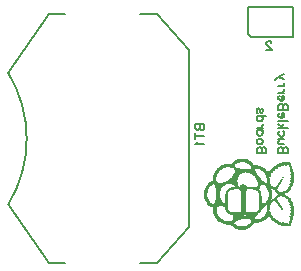
<source format=gbo>
G04 Layer: BottomSilkLayer*
G04 EasyEDA v6.2.46, 2019-12-26T15:44:02--5:00*
G04 111d7bdae86b4e7985bcd74f00d2b945,ad3383c819c44bf79b2f5f1fb32db82d,10*
G04 Gerber Generator version 0.2*
G04 Scale: 100 percent, Rotated: No, Reflected: No *
G04 Dimensions in inches *
G04 leading zeros omitted , absolute positions ,2 integer and 4 decimal *
%FSLAX24Y24*%
%MOIN*%
G90*
G70D02*

%ADD34C,0.006000*%
%ADD37C,0.005000*%
%ADD38C,0.008000*%

%LPD*%

%LPD*%
G36*
G01X5840Y4189D02*
G01X5795Y4189D01*
G01X5773Y4188D01*
G01X5751Y4186D01*
G01X5729Y4182D01*
G01X5708Y4178D01*
G01X5686Y4173D01*
G01X5665Y4167D01*
G01X5644Y4159D01*
G01X5624Y4151D01*
G01X5604Y4142D01*
G01X5585Y4132D01*
G01X5566Y4121D01*
G01X5548Y4109D01*
G01X5530Y4096D01*
G01X5513Y4082D01*
G01X5497Y4066D01*
G01X5482Y4050D01*
G01X5443Y4007D01*
G01X5386Y4012D01*
G01X5363Y4013D01*
G01X5341Y4014D01*
G01X5297Y4012D01*
G01X5276Y4010D01*
G01X5234Y4002D01*
G01X5213Y3997D01*
G01X5193Y3991D01*
G01X5173Y3984D01*
G01X5154Y3976D01*
G01X5135Y3967D01*
G01X5116Y3957D01*
G01X5097Y3946D01*
G01X5078Y3934D01*
G01X5060Y3921D01*
G01X5042Y3907D01*
G01X5024Y3892D01*
G01X5007Y3876D01*
G01X4989Y3860D01*
G01X4970Y3840D01*
G01X4952Y3820D01*
G01X4935Y3800D01*
G01X4920Y3780D01*
G01X4906Y3759D01*
G01X4893Y3739D01*
G01X4882Y3719D01*
G01X4872Y3698D01*
G01X4863Y3677D01*
G01X4855Y3656D01*
G01X4849Y3634D01*
G01X4844Y3612D01*
G01X4840Y3590D01*
G01X4837Y3567D01*
G01X4835Y3544D01*
G01X4834Y3520D01*
G01X4834Y3457D01*
G01X4800Y3446D01*
G01X4781Y3439D01*
G01X4761Y3429D01*
G01X4742Y3417D01*
G01X4722Y3402D01*
G01X4703Y3385D01*
G01X4683Y3365D01*
G01X4665Y3344D01*
G01X4646Y3321D01*
G01X4629Y3297D01*
G01X4612Y3271D01*
G01X4596Y3244D01*
G01X4582Y3215D01*
G01X4573Y3196D01*
G01X4566Y3178D01*
G01X4561Y3162D01*
G01X4557Y3144D01*
G01X4555Y3123D01*
G01X4553Y3095D01*
G01X4552Y3059D01*
G01X4551Y3012D01*
G01X4550Y2966D01*
G01X4550Y2930D01*
G01X4551Y2902D01*
G01X4552Y2880D01*
G01X4555Y2863D01*
G01X4559Y2847D01*
G01X4565Y2831D01*
G01X4572Y2812D01*
G01X4584Y2786D01*
G01X4596Y2761D01*
G01X4624Y2715D01*
G01X4639Y2693D01*
G01X4655Y2672D01*
G01X4671Y2653D01*
G01X4687Y2636D01*
G01X4704Y2620D01*
G01X4721Y2605D01*
G01X4738Y2593D01*
G01X4755Y2583D01*
G01X4771Y2575D01*
G01X4787Y2569D01*
G01X4803Y2565D01*
G01X4818Y2563D01*
G01X4848Y2563D01*
G01X4845Y2489D01*
G01X4844Y2464D01*
G01X4845Y2440D01*
G01X4847Y2417D01*
G01X4850Y2394D01*
G01X4855Y2371D01*
G01X4861Y2348D01*
G01X4868Y2326D01*
G01X4876Y2304D01*
G01X4886Y2283D01*
G01X4897Y2262D01*
G01X4909Y2241D01*
G01X4923Y2220D01*
G01X4938Y2200D01*
G01X4954Y2180D01*
G01X4971Y2160D01*
G01X4990Y2140D01*
G01X5009Y2122D01*
G01X5051Y2088D01*
G01X5073Y2073D01*
G01X5096Y2059D01*
G01X5119Y2046D01*
G01X5143Y2034D01*
G01X5168Y2024D01*
G01X5193Y2015D01*
G01X5219Y2007D01*
G01X5244Y2000D01*
G01X5270Y1994D01*
G01X5296Y1990D01*
G01X5323Y1988D01*
G01X5348Y1986D01*
G01X5374Y1986D01*
G01X5438Y1989D01*
G01X5478Y1944D01*
G01X5496Y1926D01*
G01X5515Y1910D01*
G01X5537Y1894D01*
G01X5560Y1878D01*
G01X5585Y1865D01*
G01X5611Y1852D01*
G01X5639Y1840D01*
G01X5667Y1831D01*
G01X5690Y1824D01*
G01X5715Y1819D01*
G01X5739Y1815D01*
G01X5763Y1812D01*
G01X5787Y1810D01*
G01X5811Y1810D01*
G01X5836Y1811D01*
G01X5860Y1813D01*
G01X5884Y1816D01*
G01X5907Y1820D01*
G01X5931Y1826D01*
G01X5954Y1833D01*
G01X5976Y1840D01*
G01X5998Y1850D01*
G01X6020Y1859D01*
G01X6041Y1871D01*
G01X6061Y1883D01*
G01X6081Y1896D01*
G01X6100Y1910D01*
G01X6118Y1925D01*
G01X6135Y1941D01*
G01X6151Y1958D01*
G01X6167Y1976D01*
G01X6181Y1995D01*
G01X6218Y2047D01*
G01X6276Y2047D01*
G01X6300Y2048D01*
G01X6323Y2050D01*
G01X6347Y2053D01*
G01X6370Y2057D01*
G01X6393Y2062D01*
G01X6416Y2068D01*
G01X6460Y2084D01*
G01X6481Y2093D01*
G01X6523Y2115D01*
G01X6542Y2128D01*
G01X6562Y2141D01*
G01X6581Y2155D01*
G01X6617Y2187D01*
G01X6633Y2204D01*
G01X6650Y2222D01*
G01X6665Y2241D01*
G01X6680Y2261D01*
G01X6688Y2271D01*
G01X6694Y2276D01*
G01X6698Y2276D01*
G01X6701Y2270D01*
G01X6706Y2262D01*
G01X6715Y2251D01*
G01X6727Y2237D01*
G01X6741Y2223D01*
G01X6754Y2209D01*
G01X6765Y2196D01*
G01X6772Y2187D01*
G01X6775Y2181D01*
G01X6784Y2164D01*
G01X6804Y2140D01*
G01X6826Y2119D01*
G01X6842Y2109D01*
G01X6849Y2107D01*
G01X6861Y2098D01*
G01X6876Y2085D01*
G01X6893Y2069D01*
G01X6912Y2052D01*
G01X6929Y2040D01*
G01X6943Y2032D01*
G01X6956Y2030D01*
G01X6974Y2026D01*
G01X6982Y2022D01*
G01X6986Y2018D01*
G01X7000Y2003D01*
G01X7019Y1989D01*
G01X7040Y1980D01*
G01X7060Y1976D01*
G01X7070Y1975D01*
G01X7082Y1972D01*
G01X7093Y1967D01*
G01X7103Y1962D01*
G01X7111Y1957D01*
G01X7121Y1953D01*
G01X7134Y1948D01*
G01X7151Y1944D01*
G01X7171Y1940D01*
G01X7195Y1936D01*
G01X7224Y1931D01*
G01X7258Y1926D01*
G01X7272Y1925D01*
G01X7286Y1925D01*
G01X7296Y1927D01*
G01X7304Y1931D01*
G01X7311Y1935D01*
G01X7319Y1936D01*
G01X7328Y1935D01*
G01X7340Y1932D01*
G01X7359Y1927D01*
G01X7377Y1928D01*
G01X7394Y1932D01*
G01X7409Y1940D01*
G01X7423Y1952D01*
G01X7434Y1966D01*
G01X7440Y1982D01*
G01X7443Y2001D01*
G01X7444Y2015D01*
G01X7448Y2030D01*
G01X7455Y2044D01*
G01X7465Y2058D01*
G01X7476Y2073D01*
G01X7482Y2088D01*
G01X7486Y2106D01*
G01X7488Y2150D01*
G01X7492Y2168D01*
G01X7498Y2184D01*
G01X7506Y2198D01*
G01X7514Y2211D01*
G01X7519Y2224D01*
G01X7521Y2236D01*
G01X7521Y2248D01*
G01X7519Y2260D01*
G01X7521Y2272D01*
G01X7524Y2284D01*
G01X7529Y2294D01*
G01X7536Y2306D01*
G01X7539Y2321D01*
G01X7540Y2339D01*
G01X7538Y2362D01*
G01X7537Y2382D01*
G01X7537Y2399D01*
G01X7538Y2413D01*
G01X7541Y2422D01*
G01X7548Y2438D01*
G01X7549Y2458D01*
G01X7545Y2480D01*
G01X7537Y2506D01*
G01X7532Y2520D01*
G01X7529Y2536D01*
G01X7528Y2552D01*
G01X7529Y2567D01*
G01X7530Y2580D01*
G01X7529Y2594D01*
G01X7526Y2607D01*
G01X7522Y2618D01*
G01X7517Y2629D01*
G01X7513Y2644D01*
G01X7511Y2661D01*
G01X7509Y2677D01*
G01X7507Y2697D01*
G01X7502Y2715D01*
G01X7493Y2732D01*
G01X7480Y2750D01*
G01X7468Y2766D01*
G01X7459Y2782D01*
G01X7454Y2797D01*
G01X7451Y2810D01*
G01X7450Y2820D01*
G01X7445Y2831D01*
G01X7437Y2844D01*
G01X7426Y2857D01*
G01X7413Y2871D01*
G01X7398Y2885D01*
G01X7381Y2900D01*
G01X7362Y2914D01*
G01X7341Y2928D01*
G01X7319Y2942D01*
G01X7296Y2955D01*
G01X7273Y2967D01*
G01X7194Y3006D01*
G01X7232Y3018D01*
G01X7253Y3027D01*
G01X7278Y3040D01*
G01X7305Y3055D01*
G01X7333Y3073D01*
G01X7360Y3092D01*
G01X7385Y3111D01*
G01X7406Y3129D01*
G01X7423Y3145D01*
G01X7435Y3161D01*
G01X7444Y3176D01*
G01X7450Y3191D01*
G01X7451Y3203D01*
G01X7453Y3215D01*
G01X7457Y3226D01*
G01X7463Y3237D01*
G01X7471Y3246D01*
G01X7488Y3266D01*
G01X7502Y3292D01*
G01X7510Y3318D01*
G01X7509Y3338D01*
G01X7509Y3347D01*
G01X7510Y3359D01*
G01X7513Y3371D01*
G01X7519Y3384D01*
G01X7525Y3398D01*
G01X7528Y3412D01*
G01X7530Y3427D01*
G01X7529Y3442D01*
G01X7528Y3456D01*
G01X7530Y3473D01*
G01X7533Y3491D01*
G01X7538Y3508D01*
G01X7545Y3527D01*
G01X7548Y3542D01*
G01X7547Y3556D01*
G01X7543Y3571D01*
G01X7540Y3584D01*
G01X7537Y3603D01*
G01X7537Y3624D01*
G01X7538Y3645D01*
G01X7540Y3669D01*
G01X7539Y3687D01*
G01X7536Y3702D01*
G01X7529Y3715D01*
G01X7524Y3725D01*
G01X7521Y3736D01*
G01X7519Y3748D01*
G01X7521Y3760D01*
G01X7521Y3772D01*
G01X7519Y3784D01*
G01X7515Y3796D01*
G01X7507Y3809D01*
G01X7500Y3822D01*
G01X7493Y3840D01*
G01X7488Y3861D01*
G01X7486Y3884D01*
G01X7482Y3908D01*
G01X7478Y3928D01*
G01X7471Y3943D01*
G01X7462Y3955D01*
G01X7454Y3965D01*
G01X7448Y3978D01*
G01X7444Y3990D01*
G01X7443Y4003D01*
G01X7441Y4015D01*
G01X7437Y4029D01*
G01X7431Y4042D01*
G01X7424Y4054D01*
G01X7412Y4067D01*
G01X7400Y4074D01*
G01X7382Y4077D01*
G01X7333Y4077D01*
G01X7311Y4078D01*
G01X7291Y4080D01*
G01X7276Y4082D01*
G01X7262Y4084D01*
G01X7247Y4083D01*
G01X7232Y4080D01*
G01X7218Y4076D01*
G01X7205Y4071D01*
G01X7192Y4068D01*
G01X7179Y4067D01*
G01X7169Y4067D01*
G01X7158Y4066D01*
G01X7145Y4063D01*
G01X7130Y4057D01*
G01X7115Y4050D01*
G01X7100Y4042D01*
G01X7084Y4036D01*
G01X7067Y4030D01*
G01X7053Y4028D01*
G01X7039Y4025D01*
G01X7024Y4019D01*
G01X7010Y4011D01*
G01X6998Y4002D01*
G01X6988Y3993D01*
G01X6975Y3986D01*
G01X6963Y3981D01*
G01X6953Y3979D01*
G01X6942Y3976D01*
G01X6928Y3969D01*
G01X6912Y3956D01*
G01X6895Y3940D01*
G01X6879Y3924D01*
G01X6863Y3911D01*
G01X6849Y3900D01*
G01X6839Y3895D01*
G01X6819Y3883D01*
G01X6798Y3863D01*
G01X6780Y3838D01*
G01X6770Y3815D01*
G01X6767Y3807D01*
G01X6761Y3799D01*
G01X6753Y3792D01*
G01X6746Y3787D01*
G01X6737Y3782D01*
G01X6728Y3773D01*
G01X6719Y3762D01*
G01X6713Y3750D01*
G01X6707Y3739D01*
G01X6702Y3730D01*
G01X6697Y3723D01*
G01X6694Y3721D01*
G01X6690Y3725D01*
G01X6682Y3734D01*
G01X6672Y3748D01*
G01X6661Y3765D01*
G01X6649Y3782D01*
G01X6623Y3814D01*
G01X6609Y3829D01*
G01X6594Y3843D01*
G01X6562Y3869D01*
G01X6545Y3881D01*
G01X6509Y3903D01*
G01X6489Y3913D01*
G01X6469Y3921D01*
G01X6448Y3930D01*
G01X6404Y3944D01*
G01X6381Y3950D01*
G01X6358Y3955D01*
G01X6308Y3963D01*
G01X6282Y3966D01*
G01X6214Y3972D01*
G01X6182Y4015D01*
G01X6169Y4033D01*
G01X6154Y4050D01*
G01X6139Y4065D01*
G01X6123Y4080D01*
G01X6106Y4094D01*
G01X6088Y4107D01*
G01X6070Y4119D01*
G01X6051Y4130D01*
G01X6031Y4140D01*
G01X6011Y4149D01*
G01X5991Y4157D01*
G01X5970Y4165D01*
G01X5928Y4177D01*
G01X5906Y4181D01*
G01X5862Y4187D01*
G01X5840Y4189D01*
G37*

%LPC*%
G36*
G01X5830Y4074D02*
G01X5804Y4074D01*
G01X5778Y4073D01*
G01X5753Y4069D01*
G01X5728Y4063D01*
G01X5702Y4055D01*
G01X5676Y4045D01*
G01X5651Y4034D01*
G01X5627Y4022D01*
G01X5605Y4009D01*
G01X5587Y3996D01*
G01X5573Y3983D01*
G01X5563Y3971D01*
G01X5558Y3961D01*
G01X5558Y3951D01*
G01X5563Y3939D01*
G01X5569Y3929D01*
G01X5580Y3919D01*
G01X5593Y3909D01*
G01X5609Y3899D01*
G01X5628Y3890D01*
G01X5650Y3881D01*
G01X5673Y3872D01*
G01X5699Y3865D01*
G01X5726Y3857D01*
G01X5753Y3851D01*
G01X5782Y3844D01*
G01X5811Y3839D01*
G01X5871Y3831D01*
G01X5900Y3828D01*
G01X5929Y3826D01*
G01X5957Y3825D01*
G01X5984Y3825D01*
G01X6009Y3826D01*
G01X6033Y3828D01*
G01X6054Y3832D01*
G01X6073Y3836D01*
G01X6090Y3842D01*
G01X6103Y3849D01*
G01X6118Y3863D01*
G01X6124Y3878D01*
G01X6120Y3897D01*
G01X6107Y3922D01*
G01X6093Y3942D01*
G01X6078Y3961D01*
G01X6061Y3978D01*
G01X6042Y3994D01*
G01X6022Y4009D01*
G01X6001Y4023D01*
G01X5979Y4035D01*
G01X5955Y4046D01*
G01X5931Y4055D01*
G01X5907Y4062D01*
G01X5882Y4068D01*
G01X5856Y4072D01*
G01X5830Y4074D01*
G37*
G36*
G01X7135Y2928D02*
G01X7092Y2928D01*
G01X7072Y2925D01*
G01X7054Y2920D01*
G01X7037Y2913D01*
G01X7021Y2905D01*
G01X7007Y2894D01*
G01X6995Y2882D01*
G01X6984Y2868D01*
G01X6963Y2837D01*
G01X7001Y2787D01*
G01X7025Y2755D01*
G01X7037Y2737D01*
G01X7050Y2719D01*
G01X7062Y2699D01*
G01X7074Y2680D01*
G01X7086Y2659D01*
G01X7099Y2638D01*
G01X7135Y2572D01*
G01X7159Y2526D01*
G01X7181Y2480D01*
G01X7203Y2432D01*
G01X7223Y2386D01*
G01X7232Y2362D01*
G01X7255Y2301D01*
G01X7268Y2262D01*
G01X7271Y2240D01*
G01X7267Y2234D01*
G01X7263Y2236D01*
G01X7259Y2240D01*
G01X7255Y2246D01*
G01X7253Y2254D01*
G01X7250Y2262D01*
G01X7245Y2274D01*
G01X7238Y2288D01*
G01X7229Y2305D01*
G01X7219Y2325D01*
G01X7207Y2346D01*
G01X7194Y2369D01*
G01X7181Y2393D01*
G01X7167Y2418D01*
G01X7122Y2493D01*
G01X7107Y2517D01*
G01X7092Y2540D01*
G01X7078Y2561D01*
G01X7065Y2581D01*
G01X7051Y2601D01*
G01X7037Y2622D01*
G01X7021Y2642D01*
G01X7006Y2663D01*
G01X6991Y2682D01*
G01X6976Y2700D01*
G01X6963Y2715D01*
G01X6952Y2728D01*
G01X6902Y2781D01*
G01X6866Y2765D01*
G01X6850Y2757D01*
G01X6834Y2746D01*
G01X6819Y2735D01*
G01X6807Y2725D01*
G01X6796Y2711D01*
G01X6785Y2695D01*
G01X6774Y2677D01*
G01X6764Y2657D01*
G01X6755Y2635D01*
G01X6747Y2612D01*
G01X6740Y2588D01*
G01X6734Y2564D01*
G01X6728Y2539D01*
G01X6725Y2515D01*
G01X6723Y2490D01*
G01X6722Y2467D01*
G01X6722Y2448D01*
G01X6724Y2437D01*
G01X6727Y2434D01*
G01X6732Y2437D01*
G01X6746Y2448D01*
G01X6755Y2441D01*
G01X6762Y2410D01*
G01X6771Y2347D01*
G01X6774Y2323D01*
G01X6778Y2312D01*
G01X6784Y2311D01*
G01X6792Y2319D01*
G01X6802Y2326D01*
G01X6809Y2323D01*
G01X6817Y2307D01*
G01X6828Y2275D01*
G01X6842Y2240D01*
G01X6853Y2220D01*
G01X6861Y2216D01*
G01X6864Y2230D01*
G01X6867Y2242D01*
G01X6875Y2241D01*
G01X6887Y2229D01*
G01X6901Y2205D01*
G01X6909Y2189D01*
G01X6918Y2173D01*
G01X6927Y2158D01*
G01X6934Y2147D01*
G01X6947Y2126D01*
G01X6967Y2176D01*
G01X6995Y2136D01*
G01X7007Y2119D01*
G01X7019Y2103D01*
G01X7029Y2091D01*
G01X7037Y2084D01*
G01X7044Y2078D01*
G01X7048Y2077D01*
G01X7051Y2081D01*
G01X7051Y2090D01*
G01X7054Y2107D01*
G01X7062Y2111D01*
G01X7077Y2102D01*
G01X7099Y2078D01*
G01X7112Y2063D01*
G01X7125Y2050D01*
G01X7134Y2042D01*
G01X7139Y2038D01*
G01X7143Y2040D01*
G01X7146Y2047D01*
G01X7150Y2056D01*
G01X7152Y2067D01*
G01X7158Y2095D01*
G01X7256Y1999D01*
G01X7256Y2064D01*
G01X7285Y2054D01*
G01X7297Y2050D01*
G01X7310Y2044D01*
G01X7322Y2038D01*
G01X7331Y2032D01*
G01X7338Y2028D01*
G01X7346Y2024D01*
G01X7351Y2021D01*
G01X7356Y2021D01*
G01X7358Y2026D01*
G01X7361Y2041D01*
G01X7362Y2062D01*
G01X7363Y2089D01*
G01X7363Y2157D01*
G01X7386Y2136D01*
G01X7409Y2114D01*
G01X7404Y2172D01*
G01X7402Y2196D01*
G01X7399Y2219D01*
G01X7396Y2238D01*
G01X7393Y2251D01*
G01X7390Y2263D01*
G01X7391Y2268D01*
G01X7398Y2270D01*
G01X7410Y2268D01*
G01X7426Y2267D01*
G01X7433Y2273D01*
G01X7431Y2291D01*
G01X7421Y2323D01*
G01X7415Y2338D01*
G01X7411Y2352D01*
G01X7408Y2363D01*
G01X7407Y2369D01*
G01X7412Y2375D01*
G01X7424Y2376D01*
G01X7438Y2373D01*
G01X7451Y2365D01*
G01X7453Y2365D01*
G01X7453Y2372D01*
G01X7449Y2385D01*
G01X7443Y2403D01*
G01X7435Y2423D01*
G01X7428Y2442D01*
G01X7422Y2458D01*
G01X7419Y2468D01*
G01X7418Y2477D01*
G01X7422Y2483D01*
G01X7431Y2485D01*
G01X7445Y2484D01*
G01X7451Y2486D01*
G01X7450Y2495D01*
G01X7440Y2511D01*
G01X7424Y2536D01*
G01X7408Y2560D01*
G01X7403Y2576D01*
G01X7410Y2586D01*
G01X7428Y2592D01*
G01X7435Y2594D01*
G01X7435Y2601D01*
G01X7428Y2613D01*
G01X7412Y2632D01*
G01X7400Y2647D01*
G01X7390Y2661D01*
G01X7383Y2672D01*
G01X7380Y2678D01*
G01X7384Y2684D01*
G01X7392Y2688D01*
G01X7405Y2690D01*
G01X7421Y2689D01*
G01X7420Y2692D01*
G01X7411Y2702D01*
G01X7397Y2717D01*
G01X7377Y2735D01*
G01X7325Y2783D01*
G01X7345Y2796D01*
G01X7356Y2805D01*
G01X7355Y2813D01*
G01X7340Y2828D01*
G01X7306Y2852D01*
G01X7279Y2871D01*
G01X7253Y2886D01*
G01X7228Y2899D01*
G01X7204Y2910D01*
G01X7180Y2918D01*
G01X7157Y2924D01*
G01X7135Y2928D01*
G37*
G36*
G01X5131Y2596D02*
G01X5102Y2598D01*
G01X5071Y2597D01*
G01X5038Y2595D01*
G01X5016Y2590D01*
G01X5000Y2580D01*
G01X4984Y2564D01*
G01X4969Y2546D01*
G01X4961Y2529D01*
G01X4959Y2504D01*
G01X4961Y2462D01*
G01X4962Y2440D01*
G01X4968Y2398D01*
G01X4973Y2379D01*
G01X4979Y2360D01*
G01X4986Y2342D01*
G01X4995Y2324D01*
G01X5006Y2307D01*
G01X5018Y2289D01*
G01X5031Y2271D01*
G01X5047Y2252D01*
G01X5064Y2233D01*
G01X5080Y2217D01*
G01X5097Y2202D01*
G01X5115Y2187D01*
G01X5133Y2174D01*
G01X5152Y2162D01*
G01X5192Y2140D01*
G01X5212Y2131D01*
G01X5233Y2123D01*
G01X5275Y2111D01*
G01X5297Y2107D01*
G01X5318Y2104D01*
G01X5340Y2102D01*
G01X5361Y2102D01*
G01X5382Y2103D01*
G01X5409Y2106D01*
G01X5434Y2111D01*
G01X5455Y2118D01*
G01X5473Y2127D01*
G01X5488Y2138D01*
G01X5500Y2151D01*
G01X5509Y2166D01*
G01X5515Y2183D01*
G01X5518Y2203D01*
G01X5518Y2224D01*
G01X5515Y2248D01*
G01X5510Y2274D01*
G01X5504Y2296D01*
G01X5496Y2308D01*
G01X5482Y2314D01*
G01X5459Y2318D01*
G01X5437Y2322D01*
G01X5414Y2330D01*
G01X5391Y2340D01*
G01X5368Y2353D01*
G01X5346Y2368D01*
G01X5326Y2384D01*
G01X5309Y2401D01*
G01X5294Y2418D01*
G01X5283Y2437D01*
G01X5272Y2461D01*
G01X5262Y2486D01*
G01X5254Y2511D01*
G01X5239Y2567D01*
G01X5186Y2584D01*
G01X5159Y2591D01*
G01X5131Y2596D01*
G37*
G36*
G01X6631Y2639D02*
G01X6624Y2641D01*
G01X6612Y2637D01*
G01X6596Y2628D01*
G01X6578Y2614D01*
G01X6558Y2597D01*
G01X6536Y2578D01*
G01X6514Y2556D01*
G01X6492Y2533D01*
G01X6472Y2510D01*
G01X6453Y2486D01*
G01X6438Y2465D01*
G01X6425Y2444D01*
G01X6411Y2420D01*
G01X6394Y2398D01*
G01X6376Y2378D01*
G01X6357Y2362D01*
G01X6340Y2350D01*
G01X6325Y2336D01*
G01X6312Y2323D01*
G01X6304Y2313D01*
G01X6275Y2265D01*
G01X6253Y2229D01*
G01X6240Y2203D01*
G01X6233Y2184D01*
G01X6234Y2173D01*
G01X6241Y2166D01*
G01X6255Y2163D01*
G01X6275Y2163D01*
G01X6300Y2164D01*
G01X6325Y2166D01*
G01X6350Y2170D01*
G01X6373Y2176D01*
G01X6397Y2183D01*
G01X6441Y2201D01*
G01X6461Y2213D01*
G01X6482Y2226D01*
G01X6501Y2240D01*
G01X6519Y2255D01*
G01X6536Y2271D01*
G01X6552Y2289D01*
G01X6567Y2308D01*
G01X6580Y2328D01*
G01X6593Y2349D01*
G01X6604Y2371D01*
G01X6614Y2394D01*
G01X6622Y2418D01*
G01X6630Y2443D01*
G01X6633Y2464D01*
G01X6636Y2491D01*
G01X6638Y2522D01*
G01X6639Y2554D01*
G01X6638Y2584D01*
G01X6637Y2610D01*
G01X6635Y2630D01*
G01X6631Y2639D01*
G37*
G36*
G01X5976Y2313D02*
G01X5943Y2313D01*
G01X5916Y2311D01*
G01X5896Y2308D01*
G01X5883Y2303D01*
G01X5873Y2297D01*
G01X5872Y2293D01*
G01X5882Y2291D01*
G01X5905Y2289D01*
G01X5926Y2289D01*
G01X5951Y2291D01*
G01X5976Y2294D01*
G01X5999Y2298D01*
G01X6050Y2310D01*
G01X5976Y2313D01*
G37*
G36*
G01X6086Y3160D02*
G01X5985Y3160D01*
G01X5974Y3134D01*
G01X5969Y3123D01*
G01X5961Y3111D01*
G01X5954Y3101D01*
G01X5946Y3092D01*
G01X5944Y3090D01*
G01X5941Y3086D01*
G01X5939Y3082D01*
G01X5937Y3076D01*
G01X5935Y3069D01*
G01X5934Y3059D01*
G01X5933Y3046D01*
G01X5932Y3030D01*
G01X5931Y3011D01*
G01X5930Y2988D01*
G01X5930Y2888D01*
G01X5929Y2844D01*
G01X5929Y2394D01*
G01X6075Y2394D01*
G01X6112Y2395D01*
G01X6145Y2395D01*
G01X6174Y2396D01*
G01X6199Y2398D01*
G01X6221Y2401D01*
G01X6241Y2404D01*
G01X6258Y2408D01*
G01X6273Y2412D01*
G01X6286Y2418D01*
G01X6298Y2425D01*
G01X6309Y2432D01*
G01X6319Y2442D01*
G01X6329Y2451D01*
G01X6338Y2461D01*
G01X6346Y2471D01*
G01X6353Y2483D01*
G01X6359Y2495D01*
G01X6363Y2509D01*
G01X6368Y2525D01*
G01X6371Y2543D01*
G01X6374Y2563D01*
G01X6377Y2587D01*
G01X6378Y2613D01*
G01X6380Y2643D01*
G01X6380Y2677D01*
G01X6381Y2715D01*
G01X6381Y2757D01*
G01X6380Y2804D01*
G01X6380Y2890D01*
G01X6379Y2923D01*
G01X6378Y2951D01*
G01X6378Y2973D01*
G01X6376Y2991D01*
G01X6374Y3006D01*
G01X6372Y3018D01*
G01X6366Y3038D01*
G01X6361Y3048D01*
G01X6357Y3058D01*
G01X6346Y3076D01*
G01X6334Y3093D01*
G01X6321Y3107D01*
G01X6307Y3119D01*
G01X6290Y3130D01*
G01X6270Y3139D01*
G01X6248Y3146D01*
G01X6223Y3151D01*
G01X6194Y3155D01*
G01X6162Y3158D01*
G01X6126Y3159D01*
G01X6086Y3160D01*
G37*
G36*
G01X5728Y3136D02*
G01X5714Y3162D01*
G01X5588Y3159D01*
G01X5555Y3157D01*
G01X5526Y3156D01*
G01X5500Y3154D01*
G01X5478Y3151D01*
G01X5458Y3148D01*
G01X5441Y3143D01*
G01X5426Y3138D01*
G01X5413Y3131D01*
G01X5389Y3113D01*
G01X5378Y3101D01*
G01X5367Y3088D01*
G01X5360Y3079D01*
G01X5354Y3070D01*
G01X5344Y3048D01*
G01X5340Y3036D01*
G01X5336Y3021D01*
G01X5334Y3005D01*
G01X5331Y2988D01*
G01X5329Y2967D01*
G01X5327Y2945D01*
G01X5326Y2919D01*
G01X5325Y2891D01*
G01X5325Y2785D01*
G01X5326Y2742D01*
G01X5326Y2695D01*
G01X5327Y2655D01*
G01X5328Y2622D01*
G01X5328Y2595D01*
G01X5330Y2572D01*
G01X5331Y2554D01*
G01X5333Y2540D01*
G01X5335Y2527D01*
G01X5338Y2517D01*
G01X5342Y2507D01*
G01X5346Y2498D01*
G01X5351Y2488D01*
G01X5364Y2465D01*
G01X5379Y2448D01*
G01X5397Y2433D01*
G01X5421Y2419D01*
G01X5437Y2411D01*
G01X5451Y2405D01*
G01X5465Y2401D01*
G01X5483Y2398D01*
G01X5505Y2396D01*
G01X5534Y2395D01*
G01X5573Y2394D01*
G01X5778Y2394D01*
G01X5778Y2931D01*
G01X5777Y2964D01*
G01X5777Y2992D01*
G01X5776Y3015D01*
G01X5776Y3034D01*
G01X5775Y3050D01*
G01X5773Y3062D01*
G01X5772Y3071D01*
G01X5770Y3078D01*
G01X5768Y3084D01*
G01X5765Y3088D01*
G01X5763Y3091D01*
G01X5759Y3094D01*
G01X5751Y3103D01*
G01X5742Y3113D01*
G01X5734Y3125D01*
G01X5728Y3136D01*
G37*
G36*
G01X5991Y2175D02*
G01X5944Y2175D01*
G01X5894Y2173D01*
G01X5867Y2170D01*
G01X5841Y2167D01*
G01X5787Y2159D01*
G01X5761Y2154D01*
G01X5735Y2148D01*
G01X5710Y2142D01*
G01X5686Y2135D01*
G01X5663Y2128D01*
G01X5642Y2119D01*
G01X5623Y2111D01*
G01X5600Y2100D01*
G01X5582Y2088D01*
G01X5568Y2077D01*
G01X5558Y2066D01*
G01X5553Y2055D01*
G01X5551Y2044D01*
G01X5555Y2032D01*
G01X5563Y2020D01*
G01X5574Y2008D01*
G01X5591Y1996D01*
G01X5611Y1983D01*
G01X5636Y1969D01*
G01X5657Y1959D01*
G01X5678Y1951D01*
G01X5699Y1944D01*
G01X5720Y1938D01*
G01X5741Y1933D01*
G01X5762Y1929D01*
G01X5783Y1927D01*
G01X5804Y1926D01*
G01X5825Y1926D01*
G01X5846Y1928D01*
G01X5866Y1930D01*
G01X5887Y1934D01*
G01X5907Y1939D01*
G01X5926Y1945D01*
G01X5964Y1961D01*
G01X6000Y1981D01*
G01X6017Y1993D01*
G01X6033Y2006D01*
G01X6049Y2020D01*
G01X6063Y2035D01*
G01X6078Y2051D01*
G01X6091Y2069D01*
G01X6109Y2099D01*
G01X6113Y2122D01*
G01X6102Y2141D01*
G01X6077Y2158D01*
G01X6064Y2163D01*
G01X6049Y2167D01*
G01X6031Y2171D01*
G01X6012Y2173D01*
G01X5991Y2175D01*
G37*
G36*
G01X5378Y3342D02*
G01X5336Y3342D01*
G01X5306Y3338D01*
G01X5280Y3330D01*
G01X5251Y3318D01*
G01X5226Y3304D01*
G01X5202Y3286D01*
G01X5179Y3266D01*
G01X5157Y3244D01*
G01X5136Y3220D01*
G01X5119Y3195D01*
G01X5103Y3170D01*
G01X5092Y3144D01*
G01X5084Y3121D01*
G01X5078Y3098D01*
G01X5073Y3074D01*
G01X5069Y3051D01*
G01X5067Y3003D01*
G01X5068Y2979D01*
G01X5071Y2956D01*
G01X5075Y2933D01*
G01X5080Y2910D01*
G01X5086Y2888D01*
G01X5094Y2866D01*
G01X5103Y2845D01*
G01X5114Y2825D01*
G01X5126Y2805D01*
G01X5139Y2787D01*
G01X5153Y2769D01*
G01X5168Y2753D01*
G01X5185Y2738D01*
G01X5203Y2723D01*
G01X5240Y2696D01*
G01X5244Y2868D01*
G01X5246Y2915D01*
G01X5248Y2955D01*
G01X5250Y2990D01*
G01X5253Y3020D01*
G01X5258Y3046D01*
G01X5263Y3069D01*
G01X5270Y3089D01*
G01X5278Y3107D01*
G01X5288Y3123D01*
G01X5299Y3138D01*
G01X5313Y3153D01*
G01X5329Y3168D01*
G01X5348Y3185D01*
G01X5368Y3200D01*
G01X5387Y3211D01*
G01X5408Y3220D01*
G01X5430Y3226D01*
G01X5456Y3232D01*
G01X5486Y3235D01*
G01X5519Y3238D01*
G01X5604Y3243D01*
G01X5570Y3272D01*
G01X5553Y3285D01*
G01X5534Y3299D01*
G01X5513Y3311D01*
G01X5494Y3322D01*
G01X5471Y3332D01*
G01X5446Y3338D01*
G01X5417Y3341D01*
G01X5378Y3342D01*
G37*
G36*
G01X6531Y3310D02*
G01X6510Y3314D01*
G01X6490Y3313D01*
G01X6471Y3308D01*
G01X6453Y3300D01*
G01X6436Y3286D01*
G01X6420Y3269D01*
G01X6406Y3248D01*
G01X6392Y3222D01*
G01X6371Y3178D01*
G01X6396Y3153D01*
G01X6407Y3140D01*
G01X6417Y3126D01*
G01X6426Y3112D01*
G01X6433Y3096D01*
G01X6440Y3079D01*
G01X6445Y3059D01*
G01X6449Y3037D01*
G01X6453Y3011D01*
G01X6456Y2983D01*
G01X6458Y2950D01*
G01X6460Y2913D01*
G01X6461Y2872D01*
G01X6466Y2714D01*
G01X6488Y2705D01*
G01X6515Y2700D01*
G01X6542Y2705D01*
G01X6570Y2722D01*
G01X6601Y2751D01*
G01X6618Y2770D01*
G01X6633Y2791D01*
G01X6647Y2813D01*
G01X6660Y2836D01*
G01X6671Y2859D01*
G01X6681Y2883D01*
G01X6689Y2907D01*
G01X6694Y2930D01*
G01X6700Y2966D01*
G01X6702Y2997D01*
G01X6700Y3028D01*
G01X6694Y3067D01*
G01X6688Y3094D01*
G01X6680Y3121D01*
G01X6669Y3148D01*
G01X6657Y3174D01*
G01X6644Y3199D01*
G01X6629Y3223D01*
G01X6614Y3244D01*
G01X6598Y3263D01*
G01X6581Y3280D01*
G01X6564Y3294D01*
G01X6547Y3304D01*
G01X6531Y3310D01*
G37*
G36*
G01X6791Y3184D02*
G01X6787Y3184D01*
G01X6787Y3180D01*
G01X6789Y3170D01*
G01X6792Y3156D01*
G01X6797Y3140D01*
G01X6803Y3117D01*
G01X6809Y3093D01*
G01X6815Y3045D01*
G01X6816Y3021D01*
G01X6816Y2996D01*
G01X6815Y2971D01*
G01X6812Y2944D01*
G01X6808Y2918D01*
G01X6803Y2891D01*
G01X6796Y2863D01*
G01X6788Y2834D01*
G01X6786Y2824D01*
G01X6790Y2821D01*
G01X6805Y2826D01*
G01X6833Y2840D01*
G01X6858Y2854D01*
G01X6878Y2869D01*
G01X6894Y2886D01*
G01X6909Y2905D01*
G01X6932Y2935D01*
G01X6959Y2962D01*
G01X6987Y2983D01*
G01X7015Y2995D01*
G01X7036Y3002D01*
G01X7010Y3013D01*
G01X6998Y3019D01*
G01X6983Y3028D01*
G01X6955Y3048D01*
G01X6942Y3061D01*
G01X6928Y3077D01*
G01X6914Y3095D01*
G01X6903Y3112D01*
G01X6893Y3127D01*
G01X6884Y3140D01*
G01X6876Y3148D01*
G01X6869Y3151D01*
G01X6863Y3153D01*
G01X6852Y3156D01*
G01X6838Y3162D01*
G01X6824Y3169D01*
G01X6811Y3176D01*
G01X6799Y3180D01*
G01X6791Y3184D01*
G37*
G36*
G01X7251Y3995D02*
G01X7248Y3997D01*
G01X7242Y3994D01*
G01X7233Y3986D01*
G01X7221Y3975D01*
G01X7184Y3938D01*
G01X7166Y3930D01*
G01X7154Y3935D01*
G01X7147Y3954D01*
G01X7144Y3964D01*
G01X7138Y3965D01*
G01X7126Y3955D01*
G01X7104Y3932D01*
G01X7079Y3907D01*
G01X7063Y3897D01*
G01X7054Y3901D01*
G01X7051Y3919D01*
G01X7051Y3928D01*
G01X7048Y3932D01*
G01X7044Y3930D01*
G01X7037Y3925D01*
G01X7029Y3917D01*
G01X7019Y3905D01*
G01X7007Y3890D01*
G01X6995Y3873D01*
G01X6967Y3833D01*
G01X6957Y3859D01*
G01X6946Y3884D01*
G01X6910Y3818D01*
G01X6890Y3785D01*
G01X6878Y3767D01*
G01X6871Y3764D01*
G01X6867Y3772D01*
G01X6861Y3788D01*
G01X6852Y3788D01*
G01X6842Y3771D01*
G01X6828Y3734D01*
G01X6815Y3699D01*
G01X6805Y3681D01*
G01X6795Y3679D01*
G01X6786Y3691D01*
G01X6780Y3698D01*
G01X6776Y3689D01*
G01X6770Y3657D01*
G01X6761Y3593D01*
G01X6758Y3569D01*
G01X6754Y3558D01*
G01X6748Y3558D01*
G01X6738Y3567D01*
G01X6719Y3583D01*
G01X6724Y3512D01*
G01X6728Y3482D01*
G01X6732Y3453D01*
G01X6738Y3425D01*
G01X6746Y3398D01*
G01X6754Y3372D01*
G01X6763Y3348D01*
G01X6774Y3328D01*
G01X6785Y3310D01*
G01X6809Y3283D01*
G01X6840Y3257D01*
G01X6871Y3239D01*
G01X6894Y3231D01*
G01X6901Y3233D01*
G01X6908Y3237D01*
G01X6917Y3243D01*
G01X6927Y3252D01*
G01X6951Y3276D01*
G01X6963Y3291D01*
G01X6977Y3307D01*
G01X6992Y3325D01*
G01X7007Y3345D01*
G01X7023Y3366D01*
G01X7038Y3388D01*
G01X7055Y3411D01*
G01X7071Y3434D01*
G01X7088Y3459D01*
G01X7136Y3534D01*
G01X7152Y3560D01*
G01X7167Y3586D01*
G01X7182Y3611D01*
G01X7196Y3636D01*
G01X7222Y3684D01*
G01X7234Y3707D01*
G01X7244Y3729D01*
G01X7253Y3750D01*
G01X7262Y3770D01*
G01X7267Y3783D01*
G01X7270Y3788D01*
G01X7272Y3786D01*
G01X7273Y3777D01*
G01X7272Y3767D01*
G01X7270Y3753D01*
G01X7266Y3737D01*
G01X7253Y3698D01*
G01X7245Y3676D01*
G01X7236Y3652D01*
G01X7225Y3627D01*
G01X7213Y3601D01*
G01X7201Y3573D01*
G01X7188Y3545D01*
G01X7174Y3516D01*
G01X7159Y3487D01*
G01X7145Y3458D01*
G01X7130Y3429D01*
G01X7114Y3401D01*
G01X7099Y3373D01*
G01X7083Y3346D01*
G01X7068Y3320D01*
G01X7053Y3295D01*
G01X7038Y3272D01*
G01X7024Y3251D01*
G01X7011Y3232D01*
G01X6998Y3214D01*
G01X6963Y3171D01*
G01X6982Y3141D01*
G01X6995Y3126D01*
G01X7009Y3112D01*
G01X7024Y3101D01*
G01X7040Y3092D01*
G01X7058Y3085D01*
G01X7077Y3080D01*
G01X7097Y3078D01*
G01X7119Y3078D01*
G01X7140Y3080D01*
G01X7163Y3085D01*
G01X7187Y3091D01*
G01X7211Y3100D01*
G01X7235Y3111D01*
G01X7260Y3125D01*
G01X7286Y3140D01*
G01X7311Y3157D01*
G01X7341Y3180D01*
G01X7355Y3194D01*
G01X7356Y3201D01*
G01X7347Y3207D01*
G01X7339Y3211D01*
G01X7333Y3215D01*
G01X7328Y3219D01*
G01X7327Y3221D01*
G01X7330Y3227D01*
G01X7340Y3237D01*
G01X7355Y3250D01*
G01X7373Y3266D01*
G01X7418Y3305D01*
G01X7395Y3317D01*
G01X7386Y3323D01*
G01X7378Y3328D01*
G01X7373Y3332D01*
G01X7371Y3334D01*
G01X7374Y3338D01*
G01X7381Y3345D01*
G01X7390Y3355D01*
G01X7403Y3366D01*
G01X7424Y3386D01*
G01X7432Y3400D01*
G01X7428Y3410D01*
G01X7412Y3419D01*
G01X7391Y3429D01*
G01X7421Y3469D01*
G01X7440Y3495D01*
G01X7450Y3513D01*
G01X7451Y3523D01*
G01X7442Y3520D01*
G01X7430Y3519D01*
G01X7419Y3526D01*
G01X7413Y3536D01*
G01X7417Y3548D01*
G01X7427Y3566D01*
G01X7441Y3598D01*
G01X7454Y3630D01*
G01X7460Y3649D01*
G01X7459Y3650D01*
G01X7457Y3649D01*
G01X7450Y3642D01*
G01X7439Y3636D01*
G01X7425Y3632D01*
G01X7413Y3631D01*
G01X7407Y3634D01*
G01X7408Y3638D01*
G01X7411Y3648D01*
G01X7415Y3663D01*
G01X7421Y3680D01*
G01X7430Y3716D01*
G01X7434Y3737D01*
G01X7430Y3744D01*
G01X7420Y3738D01*
G01X7405Y3731D01*
G01X7396Y3737D01*
G01X7393Y3754D01*
G01X7398Y3780D01*
G01X7401Y3796D01*
G01X7404Y3816D01*
G01X7406Y3836D01*
G01X7407Y3854D01*
G01X7407Y3893D01*
G01X7363Y3851D01*
G01X7363Y3919D01*
G01X7362Y3946D01*
G01X7361Y3968D01*
G01X7360Y3982D01*
G01X7359Y3988D01*
G01X7355Y3986D01*
G01X7347Y3983D01*
G01X7337Y3978D01*
G01X7325Y3971D01*
G01X7312Y3964D01*
G01X7298Y3957D01*
G01X7286Y3952D01*
G01X7276Y3948D01*
G01X7265Y3946D01*
G01X7259Y3948D01*
G01X7256Y3955D01*
G01X7256Y3969D01*
G01X7255Y3980D01*
G01X7253Y3989D01*
G01X7251Y3995D01*
G37*
G36*
G01X5957Y3725D02*
G01X5918Y3725D01*
G01X5898Y3723D01*
G01X5880Y3720D01*
G01X5861Y3716D01*
G01X5842Y3711D01*
G01X5824Y3705D01*
G01X5807Y3697D01*
G01X5790Y3688D01*
G01X5773Y3678D01*
G01X5757Y3667D01*
G01X5742Y3654D01*
G01X5727Y3640D01*
G01X5712Y3624D01*
G01X5700Y3607D01*
G01X5688Y3589D01*
G01X5678Y3570D01*
G01X5670Y3551D01*
G01X5664Y3530D01*
G01X5659Y3510D01*
G01X5655Y3488D01*
G01X5654Y3466D01*
G01X5654Y3444D01*
G01X5655Y3421D01*
G01X5658Y3399D01*
G01X5663Y3376D01*
G01X5670Y3353D01*
G01X5678Y3330D01*
G01X5688Y3307D01*
G01X5716Y3246D01*
G01X5742Y3278D01*
G01X5756Y3292D01*
G01X5771Y3305D01*
G01X5788Y3315D01*
G01X5805Y3324D01*
G01X5824Y3330D01*
G01X5842Y3334D01*
G01X5860Y3335D01*
G01X5878Y3333D01*
G01X5908Y3323D01*
G01X5939Y3304D01*
G01X5964Y3280D01*
G01X5978Y3257D01*
G01X5984Y3248D01*
G01X6000Y3243D01*
G01X6034Y3241D01*
G01X6094Y3240D01*
G01X6117Y3240D01*
G01X6186Y3237D01*
G01X6206Y3236D01*
G01X6223Y3234D01*
G01X6238Y3232D01*
G01X6268Y3227D01*
G01X6284Y3225D01*
G01X6295Y3225D01*
G01X6301Y3226D01*
G01X6309Y3245D01*
G01X6319Y3279D01*
G01X6326Y3319D01*
G01X6329Y3353D01*
G01X6328Y3371D01*
G01X6325Y3395D01*
G01X6319Y3420D01*
G01X6313Y3444D01*
G01X6306Y3465D01*
G01X6297Y3486D01*
G01X6288Y3506D01*
G01X6266Y3544D01*
G01X6240Y3578D01*
G01X6226Y3594D01*
G01X6211Y3609D01*
G01X6196Y3623D01*
G01X6180Y3637D01*
G01X6163Y3650D01*
G01X6146Y3661D01*
G01X6128Y3672D01*
G01X6110Y3682D01*
G01X6092Y3690D01*
G01X6073Y3698D01*
G01X6054Y3705D01*
G01X6035Y3711D01*
G01X6015Y3716D01*
G01X5996Y3720D01*
G01X5976Y3723D01*
G01X5957Y3725D01*
G37*
G36*
G01X6282Y3849D02*
G01X6257Y3851D01*
G01X6239Y3850D01*
G01X6229Y3846D01*
G01X6226Y3840D01*
G01X6226Y3832D01*
G01X6229Y3822D01*
G01X6234Y3809D01*
G01X6241Y3794D01*
G01X6250Y3776D01*
G01X6261Y3758D01*
G01X6273Y3738D01*
G01X6288Y3717D01*
G01X6303Y3694D01*
G01X6319Y3671D01*
G01X6337Y3648D01*
G01X6355Y3624D01*
G01X6393Y3576D01*
G01X6413Y3553D01*
G01X6432Y3530D01*
G01X6452Y3508D01*
G01X6471Y3487D01*
G01X6490Y3468D01*
G01X6509Y3450D01*
G01X6527Y3433D01*
G01X6544Y3419D01*
G01X6559Y3406D01*
G01X6589Y3386D01*
G01X6608Y3376D01*
G01X6620Y3376D01*
G01X6627Y3385D01*
G01X6630Y3398D01*
G01X6632Y3418D01*
G01X6632Y3442D01*
G01X6631Y3470D01*
G01X6630Y3499D01*
G01X6627Y3527D01*
G01X6623Y3552D01*
G01X6619Y3574D01*
G01X6611Y3601D01*
G01X6601Y3626D01*
G01X6590Y3651D01*
G01X6577Y3675D01*
G01X6562Y3698D01*
G01X6546Y3719D01*
G01X6529Y3739D01*
G01X6511Y3757D01*
G01X6491Y3774D01*
G01X6470Y3790D01*
G01X6448Y3803D01*
G01X6425Y3815D01*
G01X6401Y3824D01*
G01X6372Y3833D01*
G01X6342Y3840D01*
G01X6311Y3846D01*
G01X6282Y3849D01*
G37*
G36*
G01X5366Y3896D02*
G01X5338Y3896D01*
G01X5311Y3895D01*
G01X5284Y3892D01*
G01X5258Y3887D01*
G01X5233Y3881D01*
G01X5209Y3873D01*
G01X5190Y3865D01*
G01X5172Y3856D01*
G01X5153Y3846D01*
G01X5135Y3834D01*
G01X5117Y3820D01*
G01X5100Y3806D01*
G01X5082Y3791D01*
G01X5066Y3775D01*
G01X5050Y3758D01*
G01X5036Y3740D01*
G01X5021Y3723D01*
G01X5009Y3704D01*
G01X4996Y3685D01*
G01X4986Y3666D01*
G01X4976Y3646D01*
G01X4969Y3627D01*
G01X4961Y3604D01*
G01X4956Y3580D01*
G01X4952Y3554D01*
G01X4951Y3528D01*
G01X4951Y3503D01*
G01X4953Y3480D01*
G01X4957Y3458D01*
G01X4963Y3440D01*
G01X4970Y3426D01*
G01X4980Y3415D01*
G01X4992Y3405D01*
G01X5005Y3397D01*
G01X5021Y3391D01*
G01X5039Y3386D01*
G01X5059Y3384D01*
G01X5080Y3383D01*
G01X5102Y3384D01*
G01X5126Y3386D01*
G01X5151Y3390D01*
G01X5177Y3396D01*
G01X5203Y3404D01*
G01X5231Y3414D01*
G01X5259Y3425D01*
G01X5288Y3438D01*
G01X5304Y3446D01*
G01X5320Y3456D01*
G01X5336Y3467D01*
G01X5352Y3479D01*
G01X5370Y3494D01*
G01X5389Y3510D01*
G01X5409Y3529D01*
G01X5432Y3551D01*
G01X5459Y3580D01*
G01X5483Y3607D01*
G01X5504Y3632D01*
G01X5522Y3657D01*
G01X5537Y3680D01*
G01X5548Y3702D01*
G01X5557Y3723D01*
G01X5562Y3744D01*
G01X5565Y3765D01*
G01X5565Y3784D01*
G01X5562Y3803D01*
G01X5556Y3822D01*
G01X5549Y3835D01*
G01X5538Y3846D01*
G01X5525Y3857D01*
G01X5508Y3866D01*
G01X5488Y3874D01*
G01X5467Y3881D01*
G01X5444Y3886D01*
G01X5419Y3891D01*
G01X5393Y3894D01*
G01X5366Y3896D01*
G37*
G36*
G01X4875Y3328D02*
G01X4855Y3336D01*
G01X4831Y3331D01*
G01X4801Y3312D01*
G01X4767Y3281D01*
G01X4751Y3263D01*
G01X4736Y3245D01*
G01X4722Y3226D01*
G01X4709Y3206D01*
G01X4687Y3164D01*
G01X4678Y3143D01*
G01X4670Y3121D01*
G01X4663Y3098D01*
G01X4658Y3076D01*
G01X4654Y3054D01*
G01X4651Y3032D01*
G01X4650Y3009D01*
G01X4650Y2988D01*
G01X4651Y2966D01*
G01X4655Y2945D01*
G01X4659Y2922D01*
G01X4666Y2899D01*
G01X4674Y2876D01*
G01X4694Y2830D01*
G01X4705Y2808D01*
G01X4718Y2787D01*
G01X4730Y2767D01*
G01X4744Y2749D01*
G01X4757Y2732D01*
G01X4771Y2717D01*
G01X4784Y2704D01*
G01X4797Y2694D01*
G01X4810Y2686D01*
G01X4822Y2681D01*
G01X4834Y2679D01*
G01X4844Y2681D01*
G01X4854Y2685D01*
G01X4864Y2692D01*
G01X4874Y2701D01*
G01X4883Y2712D01*
G01X4892Y2726D01*
G01X4901Y2742D01*
G01X4909Y2759D01*
G01X4916Y2778D01*
G01X4923Y2799D01*
G01X4930Y2821D01*
G01X4936Y2845D01*
G01X4941Y2869D01*
G01X4945Y2895D01*
G01X4949Y2922D01*
G01X4951Y2949D01*
G01X4955Y3005D01*
G01X4955Y3034D01*
G01X4954Y3062D01*
G01X4951Y3099D01*
G01X4947Y3137D01*
G01X4941Y3172D01*
G01X4936Y3200D01*
G01X4923Y3242D01*
G01X4907Y3280D01*
G01X4891Y3309D01*
G01X4875Y3328D01*
G37*

%LPD*%
G54D37*
G01X6100Y8250D02*
G01X6000Y8350D01*
G01X6000Y9250D01*
G01X7500Y9250D01*
G01X7500Y8250D01*
G01X6100Y8250D01*
G54D38*
G01X2409Y696D02*
G01X2980Y696D01*
G01X4043Y1897D01*
G01X4043Y7802D01*
G01X2980Y9003D01*
G01X2409Y9003D01*
G01X-109Y9003D02*
G01X-641Y9003D01*
G01X-1979Y7034D01*
G01X-1979Y2665D02*
G01X-641Y696D01*
G01X-109Y696D01*
G54D34*
G01X6789Y8027D02*
G01X6789Y8041D01*
G01X6774Y8070D01*
G01X6760Y8085D01*
G01X6730Y8100D01*
G01X6672Y8100D01*
G01X6643Y8085D01*
G01X6629Y8070D01*
G01X6614Y8041D01*
G01X6614Y8012D01*
G01X6629Y7983D01*
G01X6658Y7940D01*
G01X6803Y7794D01*
G01X6600Y7794D01*
G01X4250Y5350D02*
G01X4555Y5350D01*
G01X4250Y5350D02*
G01X4250Y5219D01*
G01X4264Y5175D01*
G01X4279Y5160D01*
G01X4308Y5146D01*
G01X4337Y5146D01*
G01X4366Y5160D01*
G01X4380Y5175D01*
G01X4395Y5219D01*
G01X4395Y5350D02*
G01X4395Y5219D01*
G01X4410Y5175D01*
G01X4424Y5160D01*
G01X4453Y5146D01*
G01X4497Y5146D01*
G01X4526Y5160D01*
G01X4540Y5175D01*
G01X4555Y5219D01*
G01X4555Y5350D01*
G01X4250Y4948D02*
G01X4555Y4948D01*
G01X4250Y5050D02*
G01X4250Y4846D01*
G01X4308Y4750D02*
G01X4293Y4721D01*
G01X4250Y4678D01*
G01X4555Y4678D01*
G01X7325Y4367D02*
G01X7019Y4367D01*
G01X7325Y4367D02*
G01X7325Y4498D01*
G01X7310Y4541D01*
G01X7296Y4556D01*
G01X7267Y4570D01*
G01X7238Y4570D01*
G01X7209Y4556D01*
G01X7194Y4541D01*
G01X7179Y4498D01*
G01X7179Y4367D02*
G01X7179Y4498D01*
G01X7165Y4541D01*
G01X7150Y4556D01*
G01X7121Y4570D01*
G01X7078Y4570D01*
G01X7049Y4556D01*
G01X7034Y4541D01*
G01X7019Y4498D01*
G01X7019Y4367D01*
G01X7223Y4666D02*
G01X7078Y4666D01*
G01X7034Y4681D01*
G01X7019Y4710D01*
G01X7019Y4754D01*
G01X7034Y4783D01*
G01X7078Y4826D01*
G01X7223Y4826D02*
G01X7019Y4826D01*
G01X7179Y5097D02*
G01X7209Y5068D01*
G01X7223Y5039D01*
G01X7223Y4995D01*
G01X7209Y4966D01*
G01X7179Y4937D01*
G01X7136Y4922D01*
G01X7107Y4922D01*
G01X7063Y4937D01*
G01X7034Y4966D01*
G01X7019Y4995D01*
G01X7019Y5039D01*
G01X7034Y5068D01*
G01X7063Y5097D01*
G01X7325Y5193D02*
G01X7019Y5193D01*
G01X7223Y5338D02*
G01X7078Y5193D01*
G01X7136Y5251D02*
G01X7019Y5353D01*
G01X7325Y5449D02*
G01X7019Y5449D01*
G01X7136Y5545D02*
G01X7136Y5719D01*
G01X7165Y5719D01*
G01X7194Y5705D01*
G01X7209Y5690D01*
G01X7223Y5661D01*
G01X7223Y5618D01*
G01X7209Y5589D01*
G01X7179Y5559D01*
G01X7136Y5545D01*
G01X7107Y5545D01*
G01X7063Y5559D01*
G01X7034Y5589D01*
G01X7019Y5618D01*
G01X7019Y5661D01*
G01X7034Y5690D01*
G01X7063Y5719D01*
G01X7325Y5815D02*
G01X7019Y5815D01*
G01X7325Y5815D02*
G01X7325Y5946D01*
G01X7310Y5990D01*
G01X7296Y6005D01*
G01X7267Y6019D01*
G01X7238Y6019D01*
G01X7209Y6005D01*
G01X7194Y5990D01*
G01X7179Y5946D01*
G01X7179Y5815D02*
G01X7179Y5946D01*
G01X7165Y5990D01*
G01X7150Y6005D01*
G01X7121Y6019D01*
G01X7078Y6019D01*
G01X7049Y6005D01*
G01X7034Y5990D01*
G01X7019Y5946D01*
G01X7019Y5815D01*
G01X7136Y6115D02*
G01X7136Y6290D01*
G01X7165Y6290D01*
G01X7194Y6275D01*
G01X7209Y6261D01*
G01X7223Y6231D01*
G01X7223Y6188D01*
G01X7209Y6159D01*
G01X7179Y6130D01*
G01X7136Y6115D01*
G01X7107Y6115D01*
G01X7063Y6130D01*
G01X7034Y6159D01*
G01X7019Y6188D01*
G01X7019Y6231D01*
G01X7034Y6261D01*
G01X7063Y6290D01*
G01X7223Y6386D02*
G01X7019Y6386D01*
G01X7136Y6386D02*
G01X7179Y6400D01*
G01X7209Y6429D01*
G01X7223Y6458D01*
G01X7223Y6502D01*
G01X7223Y6598D02*
G01X7019Y6598D01*
G01X7136Y6598D02*
G01X7179Y6613D01*
G01X7209Y6642D01*
G01X7223Y6671D01*
G01X7223Y6714D01*
G01X7223Y6825D02*
G01X7019Y6912D01*
G01X7223Y6999D02*
G01X7019Y6912D01*
G01X6961Y6883D01*
G01X6932Y6854D01*
G01X6918Y6825D01*
G01X6918Y6810D01*
G01X6605Y4367D02*
G01X6299Y4367D01*
G01X6605Y4367D02*
G01X6605Y4498D01*
G01X6590Y4541D01*
G01X6576Y4556D01*
G01X6547Y4570D01*
G01X6518Y4570D01*
G01X6489Y4556D01*
G01X6474Y4541D01*
G01X6459Y4498D01*
G01X6459Y4367D02*
G01X6459Y4498D01*
G01X6445Y4541D01*
G01X6430Y4556D01*
G01X6401Y4570D01*
G01X6358Y4570D01*
G01X6329Y4556D01*
G01X6314Y4541D01*
G01X6299Y4498D01*
G01X6299Y4367D01*
G01X6503Y4739D02*
G01X6489Y4710D01*
G01X6459Y4681D01*
G01X6416Y4666D01*
G01X6387Y4666D01*
G01X6343Y4681D01*
G01X6314Y4710D01*
G01X6299Y4739D01*
G01X6299Y4783D01*
G01X6314Y4812D01*
G01X6343Y4841D01*
G01X6387Y4855D01*
G01X6416Y4855D01*
G01X6459Y4841D01*
G01X6489Y4812D01*
G01X6503Y4783D01*
G01X6503Y4739D01*
G01X6503Y5126D02*
G01X6299Y5126D01*
G01X6459Y5126D02*
G01X6489Y5097D01*
G01X6503Y5068D01*
G01X6503Y5024D01*
G01X6489Y4995D01*
G01X6459Y4966D01*
G01X6416Y4951D01*
G01X6387Y4951D01*
G01X6343Y4966D01*
G01X6314Y4995D01*
G01X6299Y5024D01*
G01X6299Y5068D01*
G01X6314Y5097D01*
G01X6343Y5126D01*
G01X6503Y5222D02*
G01X6299Y5222D01*
G01X6416Y5222D02*
G01X6459Y5237D01*
G01X6489Y5266D01*
G01X6503Y5295D01*
G01X6503Y5338D01*
G01X6605Y5609D02*
G01X6299Y5609D01*
G01X6459Y5609D02*
G01X6489Y5580D01*
G01X6503Y5551D01*
G01X6503Y5507D01*
G01X6489Y5478D01*
G01X6459Y5449D01*
G01X6416Y5434D01*
G01X6387Y5434D01*
G01X6343Y5449D01*
G01X6314Y5478D01*
G01X6299Y5507D01*
G01X6299Y5551D01*
G01X6314Y5580D01*
G01X6343Y5609D01*
G01X6459Y5865D02*
G01X6489Y5850D01*
G01X6503Y5807D01*
G01X6503Y5763D01*
G01X6489Y5719D01*
G01X6459Y5705D01*
G01X6430Y5719D01*
G01X6416Y5749D01*
G01X6401Y5821D01*
G01X6387Y5850D01*
G01X6358Y5865D01*
G01X6343Y5865D01*
G01X6314Y5850D01*
G01X6299Y5807D01*
G01X6299Y5763D01*
G01X6314Y5719D01*
G01X6343Y5705D01*
G54D38*
G75*
G01X-1980Y7035D02*
G02X-1980Y2665I-3607J-2185D01*
G01*
M00*
M02*

</source>
